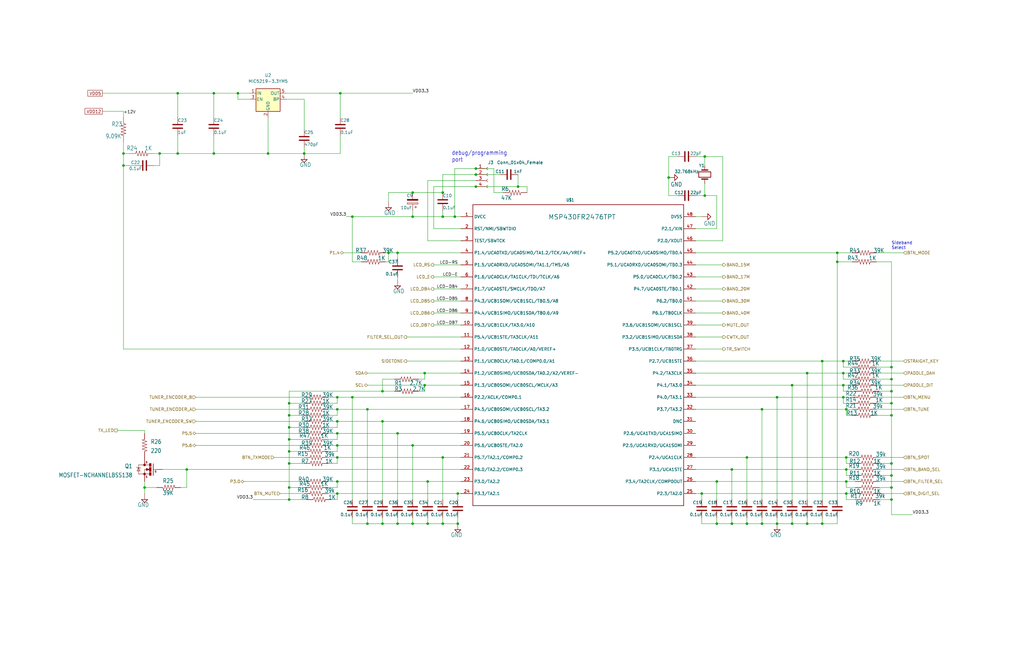
<source format=kicad_sch>
(kicad_sch (version 20230121) (generator eeschema)
  (paper "B")
  (junction (at 161.29 177.8))
  (junction (at 297.18 82.55))
  (junction (at 193.04 220.98))
  (junction (at 173.99 187.96))
  (junction (at 356.87 203.2))
  (junction (at 167.64 220.98))
  (junction (at 74.93 64.77))
  (junction (at 356.87 172.72))
  (junction (at 340.36 220.98))
  (junction (at 173.99 91.44))
  (junction (at 302.26 220.98))
  (junction (at 314.96 220.98))
  (junction (at 121.92 210.82))
  (junction (at 375.92 154.94))
  (junction (at 375.92 160.02))
  (junction (at 308.61 220.98))
  (junction (at 142.24 208.28))
  (junction (at 52.07 69.85))
  (junction (at 180.34 220.98))
  (junction (at 346.71 152.4))
  (junction (at 142.24 203.2))
  (junction (at 74.93 39.37))
  (junction (at 375.92 170.18))
  (junction (at 186.69 81.28))
  (junction (at 161.29 220.98))
  (junction (at 334.01 162.56))
  (junction (at 295.91 208.28))
  (junction (at 163.83 106.68))
  (junction (at 173.99 81.28))
  (junction (at 121.92 190.5))
  (junction (at 356.87 208.28))
  (junction (at 186.69 193.04))
  (junction (at 375.92 175.26))
  (junction (at 179.07 162.56))
  (junction (at 314.96 193.04))
  (junction (at 142.24 187.96))
  (junction (at 281.94 74.93))
  (junction (at 186.69 91.44))
  (junction (at 375.92 200.66))
  (junction (at 353.06 106.68))
  (junction (at 200.66 78.74))
  (junction (at 173.99 220.98))
  (junction (at 308.61 198.12))
  (junction (at 142.24 193.04))
  (junction (at 297.18 66.04))
  (junction (at 218.44 78.74))
  (junction (at 78.74 198.12))
  (junction (at 67.31 64.77))
  (junction (at 302.26 203.2))
  (junction (at 142.24 172.72))
  (junction (at 161.29 165.1))
  (junction (at 355.6 167.64))
  (junction (at 52.07 64.77))
  (junction (at 128.27 64.77))
  (junction (at 200.66 71.12))
  (junction (at 90.17 39.37))
  (junction (at 167.64 182.88))
  (junction (at 327.66 167.64))
  (junction (at 186.69 220.98))
  (junction (at 60.96 205.74))
  (junction (at 355.6 162.56))
  (junction (at 180.34 203.2))
  (junction (at 113.03 64.77))
  (junction (at 121.92 205.74))
  (junction (at 90.17 64.77))
  (junction (at 321.31 220.98))
  (junction (at 142.24 182.88))
  (junction (at 327.66 220.98))
  (junction (at 355.6 157.48))
  (junction (at 346.71 220.98))
  (junction (at 356.87 193.04))
  (junction (at 356.87 198.12))
  (junction (at 375.92 210.82))
  (junction (at 375.92 195.58))
  (junction (at 355.6 152.4))
  (junction (at 179.07 157.48))
  (junction (at 340.36 157.48))
  (junction (at 121.92 180.34))
  (junction (at 321.31 172.72))
  (junction (at 142.24 167.64))
  (junction (at 121.92 170.18))
  (junction (at 200.66 73.66))
  (junction (at 375.92 205.74))
  (junction (at 121.92 185.42))
  (junction (at 375.92 165.1))
  (junction (at 154.94 220.98))
  (junction (at 193.04 208.28))
  (junction (at 191.77 91.44))
  (junction (at 143.51 39.37))
  (junction (at 334.01 220.98))
  (junction (at 167.64 106.68))
  (junction (at 121.92 175.26))
  (junction (at 100.33 39.37))
  (junction (at 353.06 110.49))
  (junction (at 148.59 167.64))
  (junction (at 142.24 177.8))
  (junction (at 154.94 172.72))
  (junction (at 148.59 91.44))
  (junction (at 121.92 195.58))
  (wire (pts (xy 76.2 205.74) (xy 78.74 205.74)))
  (wire (pts (xy 67.31 69.85) (xy 67.31 64.77)))
  (wire (pts (xy 353.06 218.44) (xy 353.06 220.98)))
  (wire (pts (xy 369.57 106.68) (xy 381 106.68)))
  (wire (pts (xy 353.06 210.82) (xy 353.06 110.49)))
  (wire (pts (xy 191.77 71.12) (xy 200.66 71.12)))
  (wire (pts (xy 360.68 165.1) (xy 355.6 165.1)))
  (wire (pts (xy 293.37 147.32) (xy 304.8 147.32)))
  (wire (pts (xy 163.83 81.28) (xy 173.99 81.28)))
  (wire (pts (xy 167.64 106.68) (xy 163.83 106.68)))
  (wire (pts (xy 52.07 69.85) (xy 52.07 147.32)))
  (wire (pts (xy 74.93 39.37) (xy 90.17 39.37)))
  (wire (pts (xy 293.37 111.76) (xy 304.8 111.76)))
  (wire (pts (xy 128.27 167.64) (xy 82.55 167.64)))
  (wire (pts (xy 369.57 157.48) (xy 381 157.48)))
  (wire (pts (xy 143.51 57.15) (xy 143.51 64.77)))
  (wire (pts (xy 302.26 218.44) (xy 302.26 220.98)))
  (wire (pts (xy 171.45 142.24) (xy 194.31 142.24)))
  (wire (pts (xy 74.93 49.53) (xy 74.93 39.37)))
  (wire (pts (xy 180.34 203.2) (xy 180.34 210.82)))
  (wire (pts (xy 186.69 193.04) (xy 186.69 210.82)))
  (wire (pts (xy 118.11 208.28) (xy 128.27 208.28)))
  (wire (pts (xy 180.34 76.2) (xy 180.34 101.6)))
  (wire (pts (xy 308.61 198.12) (xy 356.87 198.12)))
  (wire (pts (xy 194.31 167.64) (xy 148.59 167.64)))
  (wire (pts (xy 142.24 177.8) (xy 138.43 177.8)))
  (wire (pts (xy 74.93 57.15) (xy 74.93 64.77)))
  (wire (pts (xy 375.92 160.02) (xy 375.92 165.1)))
  (wire (pts (xy 167.64 106.68) (xy 167.64 109.22)))
  (wire (pts (xy 154.94 157.48) (xy 179.07 157.48)))
  (wire (pts (xy 128.27 62.23) (xy 128.27 64.77)))
  (wire (pts (xy 105.41 41.91) (xy 100.33 41.91)))
  (wire (pts (xy 200.66 71.12) (xy 208.28 71.12)))
  (wire (pts (xy 148.59 218.44) (xy 148.59 220.98)))
  (wire (pts (xy 173.99 187.96) (xy 173.99 210.82)))
  (wire (pts (xy 355.6 152.4) (xy 359.41 152.4)))
  (wire (pts (xy 52.07 69.85) (xy 57.15 69.85)))
  (wire (pts (xy 161.29 165.1) (xy 166.37 165.1)))
  (wire (pts (xy 370.84 198.12) (xy 381 198.12)))
  (wire (pts (xy 82.55 182.88) (xy 128.27 182.88)))
  (wire (pts (xy 138.43 185.42) (xy 142.24 185.42)))
  (wire (pts (xy 353.06 106.68) (xy 359.41 106.68)))
  (wire (pts (xy 375.92 170.18) (xy 375.92 175.26)))
  (wire (pts (xy 194.31 208.28) (xy 193.04 208.28)))
  (wire (pts (xy 176.53 165.1) (xy 179.07 165.1)))
  (wire (pts (xy 163.83 85.09) (xy 163.83 81.28)))
  (wire (pts (xy 304.8 66.04) (xy 297.18 66.04)))
  (wire (pts (xy 64.77 64.77) (xy 67.31 64.77)))
  (wire (pts (xy 182.88 78.74) (xy 182.88 96.52)))
  (wire (pts (xy 340.36 218.44) (xy 340.36 220.98)))
  (wire (pts (xy 346.71 218.44) (xy 346.71 220.98)))
  (wire (pts (xy 340.36 220.98) (xy 346.71 220.98)))
  (wire (pts (xy 297.18 82.55) (xy 293.37 82.55)))
  (wire (pts (xy 295.91 208.28) (xy 295.91 210.82)))
  (wire (pts (xy 346.71 152.4) (xy 346.71 210.82)))
  (wire (pts (xy 78.74 198.12) (xy 194.31 198.12)))
  (wire (pts (xy 142.24 190.5) (xy 142.24 187.96)))
  (wire (pts (xy 340.36 157.48) (xy 355.6 157.48)))
  (wire (pts (xy 200.66 73.66) (xy 210.82 73.66)))
  (wire (pts (xy 128.27 41.91) (xy 128.27 54.61)))
  (wire (pts (xy 121.92 185.42) (xy 121.92 190.5)))
  (wire (pts (xy 100.33 39.37) (xy 105.41 39.37)))
  (wire (pts (xy 295.91 218.44) (xy 295.91 220.98)))
  (wire (pts (xy 64.77 69.85) (xy 67.31 69.85)))
  (wire (pts (xy 293.37 162.56) (xy 334.01 162.56)))
  (wire (pts (xy 293.37 157.48) (xy 340.36 157.48)))
  (wire (pts (xy 360.68 200.66) (xy 356.87 200.66)))
  (wire (pts (xy 293.37 203.2) (xy 302.26 203.2)))
  (wire (pts (xy 370.84 193.04) (xy 381 193.04)))
  (wire (pts (xy 128.27 177.8) (xy 82.55 177.8)))
  (wire (pts (xy 52.07 64.77) (xy 54.61 64.77)))
  (wire (pts (xy 295.91 220.98) (xy 302.26 220.98)))
  (wire (pts (xy 194.31 127) (xy 182.88 127)))
  (wire (pts (xy 193.04 218.44) (xy 193.04 220.98)))
  (wire (pts (xy 60.96 205.74) (xy 60.96 208.28)))
  (wire (pts (xy 154.94 172.72) (xy 142.24 172.72)))
  (wire (pts (xy 360.68 195.58) (xy 356.87 195.58)))
  (wire (pts (xy 314.96 218.44) (xy 314.96 220.98)))
  (wire (pts (xy 293.37 132.08) (xy 304.8 132.08)))
  (wire (pts (xy 355.6 162.56) (xy 359.41 162.56)))
  (wire (pts (xy 186.69 193.04) (xy 194.31 193.04)))
  (wire (pts (xy 191.77 71.12) (xy 191.77 91.44)))
  (wire (pts (xy 186.69 88.9) (xy 186.69 91.44)))
  (wire (pts (xy 121.92 180.34) (xy 128.27 180.34)))
  (wire (pts (xy 52.07 46.99) (xy 52.07 49.53)))
  (wire (pts (xy 355.6 157.48) (xy 359.41 157.48)))
  (wire (pts (xy 370.84 195.58) (xy 375.92 195.58)))
  (wire (pts (xy 340.36 157.48) (xy 340.36 210.82)))
  (wire (pts (xy 182.88 96.52) (xy 194.31 96.52)))
  (wire (pts (xy 90.17 64.77) (xy 113.03 64.77)))
  (wire (pts (xy 355.6 165.1) (xy 355.6 162.56)))
  (wire (pts (xy 142.24 175.26) (xy 142.24 172.72)))
  (wire (pts (xy 356.87 193.04) (xy 360.68 193.04)))
  (wire (pts (xy 369.57 172.72) (xy 381 172.72)))
  (wire (pts (xy 281.94 66.04) (xy 285.75 66.04)))
  (wire (pts (xy 302.26 203.2) (xy 302.26 210.82)))
  (wire (pts (xy 356.87 200.66) (xy 356.87 198.12)))
  (wire (pts (xy 356.87 175.26) (xy 356.87 172.72)))
  (wire (pts (xy 193.04 208.28) (xy 193.04 210.82)))
  (wire (pts (xy 121.92 175.26) (xy 128.27 175.26)))
  (wire (pts (xy 142.24 172.72) (xy 138.43 172.72)))
  (wire (pts (xy 49.53 181.61) (xy 60.96 181.61)))
  (wire (pts (xy 293.37 198.12) (xy 308.61 198.12)))
  (wire (pts (xy 297.18 69.85) (xy 297.18 66.04)))
  (wire (pts (xy 375.92 154.94) (xy 375.92 160.02)))
  (wire (pts (xy 304.8 101.6) (xy 304.8 66.04)))
  (wire (pts (xy 194.31 106.68) (xy 167.64 106.68)))
  (wire (pts (xy 78.74 205.74) (xy 78.74 198.12)))
  (wire (pts (xy 120.65 41.91) (xy 128.27 41.91)))
  (wire (pts (xy 285.75 82.55) (xy 281.94 82.55)))
  (wire (pts (xy 179.07 162.56) (xy 194.31 162.56)))
  (wire (pts (xy 142.24 187.96) (xy 173.99 187.96)))
  (wire (pts (xy 163.83 106.68) (xy 162.56 106.68)))
  (wire (pts (xy 161.29 177.8) (xy 142.24 177.8)))
  (wire (pts (xy 52.07 59.69) (xy 52.07 64.77)))
  (wire (pts (xy 154.94 172.72) (xy 154.94 210.82)))
  (wire (pts (xy 375.92 205.74) (xy 375.92 210.82)))
  (wire (pts (xy 143.51 39.37) (xy 143.51 49.53)))
  (wire (pts (xy 115.57 193.04) (xy 128.27 193.04)))
  (wire (pts (xy 128.27 190.5) (xy 121.92 190.5)))
  (wire (pts (xy 359.41 160.02) (xy 355.6 160.02)))
  (wire (pts (xy 43.18 39.37) (xy 74.93 39.37)))
  (wire (pts (xy 369.57 162.56) (xy 381 162.56)))
  (wire (pts (xy 194.31 203.2) (xy 180.34 203.2)))
  (wire (pts (xy 154.94 218.44) (xy 154.94 220.98)))
  (wire (pts (xy 194.31 116.84) (xy 182.88 116.84)))
  (wire (pts (xy 369.57 154.94) (xy 375.92 154.94)))
  (wire (pts (xy 121.92 205.74) (xy 121.92 210.82)))
  (wire (pts (xy 293.37 172.72) (xy 321.31 172.72)))
  (wire (pts (xy 302.26 203.2) (xy 356.87 203.2)))
  (wire (pts (xy 308.61 218.44) (xy 308.61 220.98)))
  (wire (pts (xy 128.27 203.2) (xy 102.87 203.2)))
  (wire (pts (xy 293.37 106.68) (xy 353.06 106.68)))
  (wire (pts (xy 369.57 110.49) (xy 375.92 110.49)))
  (wire (pts (xy 128.27 172.72) (xy 82.55 172.72)))
  (wire (pts (xy 142.24 182.88) (xy 167.64 182.88)))
  (wire (pts (xy 369.57 160.02) (xy 375.92 160.02)))
  (wire (pts (xy 113.03 49.53) (xy 113.03 64.77)))
  (wire (pts (xy 113.03 64.77) (xy 128.27 64.77)))
  (wire (pts (xy 182.88 78.74) (xy 200.66 78.74)))
  (wire (pts (xy 370.84 203.2) (xy 381 203.2)))
  (wire (pts (xy 120.65 39.37) (xy 143.51 39.37)))
  (wire (pts (xy 293.37 193.04) (xy 314.96 193.04)))
  (wire (pts (xy 194.31 172.72) (xy 154.94 172.72)))
  (wire (pts (xy 281.94 74.93) (xy 281.94 66.04)))
  (wire (pts (xy 148.59 167.64) (xy 148.59 210.82)))
  (wire (pts (xy 142.24 193.04) (xy 186.69 193.04)))
  (wire (pts (xy 142.24 195.58) (xy 142.24 193.04)))
  (wire (pts (xy 161.29 218.44) (xy 161.29 220.98)))
  (wire (pts (xy 321.31 210.82) (xy 321.31 172.72)))
  (wire (pts (xy 106.68 210.82) (xy 121.92 210.82)))
  (wire (pts (xy 370.84 200.66) (xy 375.92 200.66)))
  (wire (pts (xy 167.64 182.88) (xy 194.31 182.88)))
  (wire (pts (xy 293.37 101.6) (xy 304.8 101.6)))
  (wire (pts (xy 142.24 180.34) (xy 142.24 177.8)))
  (wire (pts (xy 142.24 205.74) (xy 142.24 203.2)))
  (wire (pts (xy 375.92 210.82) (xy 375.92 217.17)))
  (wire (pts (xy 191.77 91.44) (xy 186.69 91.44)))
  (wire (pts (xy 353.06 220.98) (xy 346.71 220.98)))
  (wire (pts (xy 138.43 187.96) (xy 142.24 187.96)))
  (wire (pts (xy 218.44 78.74) (xy 218.44 73.66)))
  (wire (pts (xy 359.41 175.26) (xy 356.87 175.26)))
  (wire (pts (xy 128.27 185.42) (xy 121.92 185.42)))
  (wire (pts (xy 308.61 220.98) (xy 314.96 220.98)))
  (wire (pts (xy 334.01 218.44) (xy 334.01 220.98)))
  (wire (pts (xy 52.07 147.32) (xy 194.31 147.32)))
  (wire (pts (xy 142.24 203.2) (xy 138.43 203.2)))
  (wire (pts (xy 138.43 193.04) (xy 142.24 193.04)))
  (wire (pts (xy 138.43 182.88) (xy 142.24 182.88)))
  (wire (pts (xy 369.57 152.4) (xy 381 152.4)))
  (wire (pts (xy 370.84 165.1) (xy 375.92 165.1)))
  (wire (pts (xy 293.37 127) (xy 304.8 127)))
  (wire (pts (xy 138.43 195.58) (xy 142.24 195.58)))
  (wire (pts (xy 138.43 175.26) (xy 142.24 175.26)))
  (wire (pts (xy 218.44 78.74) (xy 222.25 78.74)))
  (wire (pts (xy 346.71 152.4) (xy 355.6 152.4)))
  (wire (pts (xy 154.94 220.98) (xy 161.29 220.98)))
  (wire (pts (xy 139.7 210.82) (xy 142.24 210.82)))
  (wire (pts (xy 293.37 167.64) (xy 327.66 167.64)))
  (wire (pts (xy 327.66 167.64) (xy 327.66 210.82)))
  (wire (pts (xy 355.6 167.64) (xy 359.41 167.64)))
  (wire (pts (xy 359.41 154.94) (xy 355.6 154.94)))
  (wire (pts (xy 173.99 91.44) (xy 148.59 91.44)))
  (wire (pts (xy 121.92 170.18) (xy 121.92 175.26)))
  (wire (pts (xy 194.31 91.44) (xy 191.77 91.44)))
  (wire (pts (xy 161.29 177.8) (xy 161.29 210.82)))
  (wire (pts (xy 167.64 210.82) (xy 167.64 182.88)))
  (wire (pts (xy 180.34 101.6) (xy 194.31 101.6)))
  (wire (pts (xy 293.37 152.4) (xy 346.71 152.4)))
  (wire (pts (xy 173.99 91.44) (xy 173.99 88.9)))
  (wire (pts (xy 52.07 64.77) (xy 52.07 69.85)))
  (wire (pts (xy 375.92 165.1) (xy 375.92 170.18)))
  (wire (pts (xy 334.01 220.98) (xy 340.36 220.98)))
  (wire (pts (xy 194.31 137.16) (xy 182.88 137.16)))
  (wire (pts (xy 142.24 208.28) (xy 138.43 208.28)))
  (wire (pts (xy 143.51 39.37) (xy 173.99 39.37)))
  (wire (pts (xy 176.53 160.02) (xy 179.07 160.02)))
  (wire (pts (xy 90.17 39.37) (xy 100.33 39.37)))
  (wire (pts (xy 166.37 160.02) (xy 161.29 160.02)))
  (wire (pts (xy 60.96 203.2) (xy 60.96 205.74)))
  (wire (pts (xy 353.06 110.49) (xy 353.06 106.68)))
  (wire (pts (xy 321.31 218.44) (xy 321.31 220.98)))
  (wire (pts (xy 167.64 218.44) (xy 167.64 220.98)))
  (wire (pts (xy 161.29 220.98) (xy 167.64 220.98)))
  (wire (pts (xy 121.92 165.1) (xy 121.92 170.18)))
  (wire (pts (xy 179.07 165.1) (xy 179.07 162.56)))
  (wire (pts (xy 302.26 82.55) (xy 297.18 82.55)))
  (wire (pts (xy 167.64 220.98) (xy 173.99 220.98)))
  (wire (pts (xy 180.34 220.98) (xy 186.69 220.98)))
  (wire (pts (xy 194.31 121.92) (xy 182.88 121.92)))
  (wire (pts (xy 142.24 210.82) (xy 142.24 208.28)))
  (wire (pts (xy 67.31 64.77) (xy 74.93 64.77)))
  (wire (pts (xy 173.99 81.28) (xy 186.69 81.28)))
  (wire (pts (xy 281.94 82.55) (xy 281.94 74.93)))
  (wire (pts (xy 308.61 198.12) (xy 308.61 210.82)))
  (wire (pts (xy 369.57 175.26) (xy 375.92 175.26)))
  (wire (pts (xy 173.99 220.98) (xy 180.34 220.98)))
  (wire (pts (xy 186.69 218.44) (xy 186.69 220.98)))
  (wire (pts (xy 173.99 218.44) (xy 173.99 220.98)))
  (wire (pts (xy 200.66 78.74) (xy 218.44 78.74)))
  (wire (pts (xy 293.37 208.28) (xy 295.91 208.28)))
  (wire (pts (xy 293.37 142.24) (xy 304.8 142.24)))
  (wire (pts (xy 194.31 111.76) (xy 182.88 111.76)))
  (wire (pts (xy 121.92 170.18) (xy 128.27 170.18)))
  (wire (pts (xy 152.4 110.49) (xy 148.59 110.49)))
  (wire (pts (xy 355.6 160.02) (xy 355.6 157.48)))
  (wire (pts (xy 121.92 175.26) (xy 121.92 180.34)))
  (wire (pts (xy 375.92 110.49) (xy 375.92 154.94)))
  (wire (pts (xy 375.92 175.26) (xy 375.92 195.58)))
  (wire (pts (xy 314.96 193.04) (xy 356.87 193.04)))
  (wire (pts (xy 193.04 208.28) (xy 142.24 208.28)))
  (wire (pts (xy 334.01 220.98) (xy 327.66 220.98)))
  (wire (pts (xy 128.27 64.77) (xy 143.51 64.77)))
  (wire (pts (xy 359.41 170.18) (xy 355.6 170.18)))
  (wire (pts (xy 82.55 187.96) (xy 128.27 187.96)))
  (wire (pts (xy 74.93 64.77) (xy 90.17 64.77)))
  (wire (pts (xy 148.59 91.44) (xy 146.05 91.44)))
  (wire (pts (xy 162.56 110.49) (xy 163.83 110.49)))
  (wire (pts (xy 321.31 220.98) (xy 327.66 220.98)))
  (wire (pts (xy 163.83 110.49) (xy 163.83 106.68)))
  (wire (pts (xy 138.43 180.34) (xy 142.24 180.34)))
  (wire (pts (xy 167.64 116.84) (xy 167.64 118.11)))
  (wire (pts (xy 138.43 190.5) (xy 142.24 190.5)))
  (wire (pts (xy 302.26 96.52) (xy 302.26 82.55)))
  (wire (pts (xy 148.59 220.98) (xy 154.94 220.98)))
  (wire (pts (xy 355.6 154.94) (xy 355.6 152.4)))
  (wire (pts (xy 121.92 190.5) (xy 121.92 195.58)))
  (wire (pts (xy 173.99 187.96) (xy 194.31 187.96)))
  (wire (pts (xy 356.87 208.28) (xy 360.68 208.28)))
  (wire (pts (xy 295.91 208.28) (xy 356.87 208.28)))
  (wire (pts (xy 370.84 205.74) (xy 375.92 205.74)))
  (wire (pts (xy 334.01 162.56) (xy 355.6 162.56)))
  (wire (pts (xy 186.69 91.44) (xy 173.99 91.44)))
  (wire (pts (xy 90.17 39.37) (xy 90.17 49.53)))
  (wire (pts (xy 356.87 210.82) (xy 356.87 208.28)))
  (wire (pts (xy 321.31 172.72) (xy 356.87 172.72)))
  (wire (pts (xy 186.69 73.66) (xy 200.66 73.66)))
  (wire (pts (xy 194.31 132.08) (xy 182.88 132.08)))
  (wire (pts (xy 293.37 91.44) (xy 295.91 91.44)))
  (wire (pts (xy 375.92 200.66) (xy 375.92 205.74)))
  (wire (pts (xy 334.01 162.56) (xy 334.01 210.82)))
  (wire (pts (xy 194.31 177.8) (xy 161.29 177.8)))
  (wire (pts (xy 360.68 205.74) (xy 356.87 205.74)))
  (wire (pts (xy 121.92 195.58) (xy 128.27 195.58)))
  (wire (pts (xy 66.04 205.74) (xy 60.96 205.74)))
  (wire (pts (xy 208.28 81.28) (xy 208.28 71.12)))
  (wire (pts (xy 186.69 73.66) (xy 186.69 81.28)))
  (wire (pts (xy 138.43 170.18) (xy 142.24 170.18)))
  (wire (pts (xy 152.4 106.68) (xy 144.78 106.68)))
  (wire (pts (xy 370.84 208.28) (xy 381 208.28)))
  (wire (pts (xy 148.59 110.49) (xy 148.59 91.44)))
  (wire (pts (xy 375.92 217.17) (xy 384.81 217.17)))
  (wire (pts (xy 90.17 57.15) (xy 90.17 64.77)))
  (wire (pts (xy 121.92 210.82) (xy 129.54 210.82)))
  (wire (pts (xy 360.68 210.82) (xy 356.87 210.82)))
  (wire (pts (xy 293.37 66.04) (xy 297.18 66.04)))
  (wire (pts (xy 369.57 167.64) (xy 381 167.64)))
  (wire (pts (xy 302.26 220.98) (xy 308.61 220.98)))
  (wire (pts (xy 179.07 157.48) (xy 194.31 157.48)))
  (wire (pts (xy 142.24 170.18) (xy 142.24 167.64)))
  (wire (pts (xy 353.06 110.49) (xy 359.41 110.49)))
  (wire (pts (xy 293.37 137.16) (xy 304.8 137.16)))
  (wire (pts (xy 355.6 170.18) (xy 355.6 167.64)))
  (wire (pts (xy 154.94 162.56) (xy 179.07 162.56)))
  (wire (pts (xy 142.24 185.42) (xy 142.24 182.88)))
  (wire (pts (xy 161.29 160.02) (xy 161.29 165.1)))
  (wire (pts (xy 356.87 195.58) (xy 356.87 193.04)))
  (wire (pts (xy 121.92 195.58) (xy 121.92 205.74)))
  (wire (pts (xy 356.87 172.72) (xy 359.41 172.72)))
  (wire (pts (xy 180.34 218.44) (xy 180.34 220.98)))
  (wire (pts (xy 148.59 167.64) (xy 142.24 167.64)))
  (wire (pts (xy 186.69 220.98) (xy 193.04 220.98)))
  (wire (pts (xy 100.33 41.91) (xy 100.33 39.37)))
  (wire (pts (xy 161.29 165.1) (xy 121.92 165.1)))
  (wire (pts (xy 128.27 205.74) (xy 121.92 205.74)))
  (wire (pts (xy 60.96 181.61) (xy 60.96 182.88)))
  (wire (pts (xy 200.66 76.2) (xy 180.34 76.2)))
  (wire (pts (xy 356.87 203.2) (xy 360.68 203.2)))
  (wire (pts (xy 43.18 46.99) (xy 52.07 46.99)))
  (wire (pts (xy 369.57 170.18) (xy 375.92 170.18)))
  (wire (pts (xy 78.74 198.12) (xy 68.58 198.12)))
  (wire (pts (xy 314.96 193.04) (xy 314.96 210.82)))
  (wire (pts (xy 293.37 96.52) (xy 302.26 96.52)))
  (wire (pts (xy 222.25 78.74) (xy 222.25 81.28)))
  (wire (pts (xy 356.87 205.74) (xy 356.87 203.2)))
  (wire (pts (xy 138.43 205.74) (xy 142.24 205.74)))
  (wire (pts (xy 356.87 198.12) (xy 360.68 198.12)))
  (wire (pts (xy 208.28 81.28) (xy 212.09 81.28)))
  (wire (pts (xy 370.84 210.82) (xy 375.92 210.82)))
  (wire (pts (xy 171.45 152.4) (xy 194.31 152.4)))
  (wire (pts (xy 142.24 167.64) (xy 138.43 167.64)))
  (wire (pts (xy 327.66 218.44) (xy 327.66 220.98)))
  (wire (pts (xy 293.37 121.92) (xy 304.8 121.92)))
  (wire (pts (xy 121.92 180.34) (xy 121.92 185.42)))
  (wire (pts (xy 293.37 116.84) (xy 304.8 116.84)))
  (wire (pts (xy 179.07 160.02) (xy 179.07 157.48)))
  (wire (pts (xy 375.92 195.58) (xy 375.92 200.66)))
  (wire (pts (xy 314.96 220.98) (xy 321.31 220.98)))
  (wire (pts (xy 297.18 82.55) (xy 297.18 77.47)))
  (wire (pts (xy 327.66 167.64) (xy 355.6 167.64)))
  (wire (pts (xy 180.34 203.2) (xy 142.24 203.2)))
  (text "Sideband\nSelect" (at 375.92 105.41 0) (effects (font (size 1.27 1.27)) (justify left bottom)))
  (text "debug/programming\nport" (at 190.5 68.58 0) (effects (font (size 1.778 1.5113)) (justify left bottom)))
  (label "LCD-E" (at 186.69 116.84 0) (effects (font (size 1.2446 1.2446))))
  (label "VDD3.3" (at 146.05 91.44 180))
  (label "VDD3.3" (at 106.68 210.82 180))
  (label "LCD-DB6" (at 184.15 132.08 0) (effects (font (size 1.2446 1.2446))))
  (label "VDD3.3" (at 173.99 39.37 0))
  (label "+12V" (at 52.07 48.26 0) (effects (font (size 1.2446 1.2446))))
  (label "LCD-DB7" (at 184.15 137.16 0) (effects (font (size 1.2446 1.2446))))
  (label "LCD-DB4" (at 184.15 121.92 0) (effects (font (size 1.2446 1.2446))))
  (label "VDD3.3" (at 384.81 217.17 0))
  (label "LCD-RS" (at 185.42 111.76 0) (effects (font (size 1.2446 1.2446))))
  (label "LCD-DB5" (at 184.15 127 0) (effects (font (size 1.2446 1.2446))))
  (global_label "VDD5" (shape passive) (at 43.18 39.37 180) (property "Intersheetrefs" "${INTERSHEET_REFS}" (at 36.468 39.37 0) (effects (justify right))))
  (global_label "VDD12" (shape passive) (at 43.18 46.99 180) (property "Intersheetrefs" "${INTERSHEET_REFS}" (at 35.2585 46.99 0) (effects (justify right))))
  (hierarchical_label "BTN_MENU" (shape input) (at 381 167.64 0))
  (hierarchical_label "BAND_20M" (shape output) (at 304.8 121.92 0))
  (hierarchical_label "BAND_40M" (shape output) (at 304.8 132.08 0))
  (hierarchical_label "TUNER_ENCODER_B" (shape input) (at 82.55 167.64 180))
  (hierarchical_label "P3.0" (shape bidirectional) (at 102.87 203.2 180))
  (hierarchical_label "LCD_DB7" (shape output) (at 182.88 137.16 180))
  (hierarchical_label "TR_SWITCH" (shape output) (at 304.8 147.32 0))
  (hierarchical_label "BTN_FILTER_SEL" (shape input) (at 381 203.2 0))
  (hierarchical_label "SIDETONE" (shape output) (at 171.45 152.4 180))
  (hierarchical_label "TX_LED" (shape passive) (at 49.53 181.61 180))
  (hierarchical_label "SCL" (shape bidirectional) (at 154.94 162.56 180))
  (hierarchical_label "TUNER_ENCODER_A" (shape input) (at 82.55 172.72 180))
  (hierarchical_label "LCD_DB4" (shape output) (at 182.88 121.92 180))
  (hierarchical_label "MUTE_OUT" (shape output) (at 304.8 137.16 0))
  (hierarchical_label "P5.6" (shape bidirectional) (at 82.55 187.96 180))
  (hierarchical_label "BTN_TXMODE" (shape input) (at 115.57 193.04 180))
  (hierarchical_label "CWTX_OUT" (shape output) (at 304.8 142.24 0))
  (hierarchical_label "PADDLE_DIT" (shape input) (at 381 162.56 0))
  (hierarchical_label "LCD_RS" (shape output) (at 182.88 111.76 180))
  (hierarchical_label "BAND_17M" (shape output) (at 304.8 116.84 0))
  (hierarchical_label "BTN_TUNE" (shape input) (at 381 172.72 0))
  (hierarchical_label "BTN_MUTE" (shape input) (at 118.11 208.28 180))
  (hierarchical_label "LCD_E" (shape output) (at 182.88 116.84 180))
  (hierarchical_label "BTN_MODE" (shape input) (at 381 106.68 0))
  (hierarchical_label "BTN_DIGIT_SEL" (shape input) (at 381 208.28 0))
  (hierarchical_label "FILTER_SEL_OUT" (shape output) (at 171.45 142.24 180))
  (hierarchical_label "STRAIGHT_KEY" (shape input) (at 381 152.4 0))
  (hierarchical_label "BAND_30M" (shape output) (at 304.8 127 0))
  (hierarchical_label "P5.5" (shape bidirectional) (at 82.55 182.88 180))
  (hierarchical_label "BAND_15M" (shape output) (at 304.8 111.76 0))
  (hierarchical_label "P1.4" (shape bidirectional) (at 144.78 106.68 180))
  (hierarchical_label "PADDLE_DAH" (shape input) (at 381 157.48 0))
  (hierarchical_label "SDA" (shape bidirectional) (at 154.94 157.48 180))
  (hierarchical_label "LCD_DB5" (shape output) (at 182.88 127 180))
  (hierarchical_label "TUNER_ENCODER_SW" (shape input) (at 82.55 177.8 180))
  (hierarchical_label "LCD_DB6" (shape output) (at 182.88 132.08 180))
  (hierarchical_label "BTN_SPOT" (shape input) (at 381 193.04 0))
  (hierarchical_label "BTN_BAND_SEL" (shape input) (at 381 198.12 0))
  (symbol (lib_id "main-eagle-import:GND") (at 327.66 223.52 0) (mirror y) (unit 1)
    (property "Reference" "#SUPPLY07" (effects hide))
    (property "Value" "GND" (at 329.565 226.695 0) (effects (font (size 1.778 1.5113)) (justify left bottom)))
    (property "Footprint" "main:" (effects hide))
  )
  (symbol (lib_id "main-eagle-import:RESISTOR0603") (at 364.49 152.4 0) (unit 1)
    (property "Reference" "R35" (at 358.14 152.4 0) (effects (font (size 1.778 1.5113)) (justify left bottom)))
    (property "Value" "39K" (at 367.03 152.4 0) (effects (font (size 1.778 1.5113)) (justify left bottom)))
    (property "Footprint" "Resistor_SMD:R_0603_1608Metric" (effects hide))
  )
  (symbol (lib_id "main-eagle-import:RESISTOR0603") (at 133.35 172.72 0) (unit 1)
    (property "Reference" "R31" (at 125.73 172.72 0) (effects (font (size 1.778 1.5113)) (justify left bottom)))
    (property "Value" "39K" (at 135.89 172.72 0) (effects (font (size 1.778 1.5113)) (justify left bottom)))
    (property "Footprint" "Resistor_SMD:R_0603_1608Metric" (effects hide))
  )
  (symbol (lib_id "main-eagle-import:RESISTOR0603") (at 217.17 81.28 180) (unit 1)
    (property "Reference" "R6" (at 214.63 78.74 0) (effects (font (size 1.778 1.5113)) (justify left bottom)))
    (property "Value" "47K" (at 215.9 82.55 0) (effects (font (size 1.778 1.5113)) (justify left bottom)))
    (property "Footprint" "Resistor_SMD:R_0603_1608Metric" (effects hide))
  )
  (symbol (lib_id "Device:C") (at 128.27 58.42 0) (unit 1)
    (property "Reference" "C25" (at 128.27 55.88 0) (effects (justify left)))
    (property "Value" "470pF" (at 128.27 60.96 0) (effects (justify left)))
    (property "Footprint" "Capacitor_SMD:C_0603_1608Metric" (effects hide))
  )
  (symbol (lib_id "main-eagle-import:RESISTOR0603") (at 71.12 205.74 0) (mirror x) (unit 1)
    (property "Reference" "R25" (at 68.58 201.93 0) (effects (font (size 1.778 1.5113)) (justify left bottom)))
    (property "Value" "39K" (at 68.58 207.01 0) (effects (font (size 1.778 1.5113)) (justify left bottom)))
    (property "Footprint" "Resistor_SMD:R_0603_1608Metric" (effects hide))
  )
  (symbol (lib_id "main-eagle-import:RESISTOR0603") (at 133.35 205.74 180) (unit 1)
    (property "Reference" "R45" (at 130.81 203.2 0) (effects (font (size 1.778 1.5113)) (justify left bottom)))
    (property "Value" "1K" (at 138.43 203.2 0) (effects (font (size 1.778 1.5113)) (justify left bottom)))
    (property "Footprint" "Resistor_SMD:R_0603_1608Metric" (effects hide))
  )
  (symbol (lib_id "main-eagle-import:RESISTOR0603") (at 365.76 193.04 180) (unit 1)
    (property "Reference" "R20" (at 362.458 190.4746 0) (effects (font (size 1.778 1.5113)) (justify left bottom)))
    (property "Value" "39k" (at 373.634 190.754 0) (effects (font (size 1.778 1.5113)) (justify left bottom)))
    (property "Footprint" "Resistor_SMD:R_0603_1608Metric" (effects hide))
  )
  (symbol (lib_id "main-eagle-import:RESISTOR0603") (at 134.62 210.82 0) (unit 1)
    (property "Reference" "R8" (at 127 210.82 0) (effects (font (size 1.778 1.5113)) (justify left bottom)))
    (property "Value" "1K" (at 138.43 210.82 0) (effects (font (size 1.778 1.5113)) (justify left bottom)))
    (property "Footprint" "Resistor_SMD:R_0603_1608Metric" (effects hide))
  )
  (symbol (lib_id "main-eagle-import:RESISTOR0603") (at 133.35 185.42 180) (unit 1)
    (property "Reference" "R47" (at 130.81 182.88 0) (effects (font (size 1.778 1.5113)) (justify left bottom)))
    (property "Value" "1K" (at 138.43 182.88 0) (effects (font (size 1.778 1.5113)) (justify left bottom)))
    (property "Footprint" "Resistor_SMD:R_0603_1608Metric" (effects hide))
  )
  (symbol (lib_id "Device:C") (at 180.34 214.63 0) (unit 1)
    (property "Reference" "C34" (at 176.53 212.09 0) (effects (justify left)))
    (property "Value" "0.1uF" (at 175.26 217.17 0) (effects (justify left)))
    (property "Footprint" "Capacitor_SMD:C_0603_1608Metric" (effects hide))
  )
  (symbol (lib_id "main-eagle-import:RESISTOR0603") (at 365.76 205.74 0) (unit 1)
    (property "Reference" "R10" (at 358.14 208.28 0) (effects (font (size 1.778 1.5113)) (justify left bottom)))
    (property "Value" "1K" (at 368.3 208.28 0) (effects (font (size 1.778 1.5113)) (justify left bottom)))
    (property "Footprint" "Resistor_SMD:R_0603_1608Metric" (effects hide))
  )
  (symbol (lib_id "main-eagle-import:RESISTOR0603") (at 133.35 190.5 180) (unit 1)
    (property "Reference" "R46" (at 130.81 187.96 0) (effects (font (size 1.778 1.5113)) (justify left bottom)))
    (property "Value" "1K" (at 139.7 187.96 0) (effects (font (size 1.778 1.5113)) (justify left bottom)))
    (property "Footprint" "Resistor_SMD:R_0603_1608Metric" (effects hide))
  )
  (symbol (lib_id "Device:C") (at 161.29 214.63 0) (unit 1)
    (property "Reference" "C29" (at 157.48 212.09 0) (effects (justify left)))
    (property "Value" "0.1uF" (at 156.21 217.17 0) (effects (justify left)))
    (property "Footprint" "Capacitor_SMD:C_0603_1608Metric" (effects hide))
  )
  (symbol (lib_id "main-eagle-import:RESISTOR0603") (at 133.35 180.34 0) (unit 1)
    (property "Reference" "R30" (at 125.73 180.34 0) (effects (font (size 1.778 1.5113)) (justify left bottom)))
    (property "Value" "1K" (at 135.89 180.34 0) (effects (font (size 1.778 1.5113)) (justify left bottom)))
    (property "Footprint" "Resistor_SMD:R_0603_1608Metric" (effects hide))
  )
  (symbol (lib_id "main-eagle-import:GND") (at 60.96 210.82 0) (mirror y) (unit 1)
    (property "Reference" "#SUPPLY09" (effects hide))
    (property "Value" "GND" (at 62.865 213.995 0) (effects (font (size 1.778 1.5113)) (justify left bottom)))
    (property "Footprint" "main:" (effects hide))
  )
  (symbol (lib_id "Device:C") (at 353.06 214.63 0) (unit 1)
    (property "Reference" "C33" (at 349.25 212.09 0) (effects (justify left)))
    (property "Value" "0.1uF" (at 347.98 217.17 0) (effects (justify left)))
    (property "Footprint" "Capacitor_SMD:C_0603_1608Metric" (effects hide))
  )
  (symbol (lib_id "Device:C") (at 289.56 82.55 90) (unit 1)
    (property "Reference" "C12" (at 288.29 81.28 90) (effects (justify left)))
    (property "Value" "22pF" (at 295.91 81.28 90) (effects (justify left)))
    (property "Footprint" "Capacitor_SMD:C_0603_1608Metric" (effects hide))
  )
  (symbol (lib_id "main-eagle-import:RESISTOR0603") (at 365.76 198.12 180) (unit 1)
    (property "Reference" "R19" (at 362.458 195.5546 0) (effects (font (size 1.778 1.5113)) (justify left bottom)))
    (property "Value" "39k" (at 373.634 195.834 0) (effects (font (size 1.778 1.5113)) (justify left bottom)))
    (property "Footprint" "Resistor_SMD:R_0603_1608Metric" (effects hide))
  )
  (symbol (lib_id "main-eagle-import:RESISTOR0603") (at 133.35 182.88 0) (unit 1)
    (property "Reference" "R38" (at 125.73 182.88 0) (effects (font (size 1.778 1.5113)) (justify left bottom)))
    (property "Value" "39K" (at 135.89 182.88 0) (effects (font (size 1.778 1.5113)) (justify left bottom)))
    (property "Footprint" "Resistor_SMD:R_0603_1608Metric" (effects hide))
  )
  (symbol (lib_id "main-eagle-import:RESISTOR0603") (at 364.49 106.68 0) (unit 1)
    (property "Reference" "R41" (at 358.14 106.68 0) (effects (font (size 1.778 1.5113)) (justify left bottom)))
    (property "Value" "39K" (at 368.3 106.68 0) (effects (font (size 1.778 1.5113)) (justify left bottom)))
    (property "Footprint" "Resistor_SMD:R_0603_1608Metric" (effects hide))
  )
  (symbol (lib_id "main-eagle-import:RESISTOR0603") (at 133.35 208.28 180) (unit 1)
    (property "Reference" "R16" (at 130.048 205.7146 0) (effects (font (size 1.778 1.5113)) (justify left bottom)))
    (property "Value" "39k" (at 141.224 205.994 0) (effects (font (size 1.778 1.5113)) (justify left bottom)))
    (property "Footprint" "Resistor_SMD:R_0603_1608Metric" (effects hide))
  )
  (symbol (lib_id "Device:C") (at 340.36 214.63 0) (unit 1)
    (property "Reference" "C31" (at 336.55 212.09 0) (effects (justify left)))
    (property "Value" "0.1uF" (at 335.28 217.17 0) (effects (justify left)))
    (property "Footprint" "Capacitor_SMD:C_0603_1608Metric" (effects hide))
  )
  (symbol (lib_id "Device:C") (at 295.91 214.63 0) (unit 1)
    (property "Reference" "C19" (at 292.1 212.09 0) (effects (justify left)))
    (property "Value" "0.1uF" (at 290.83 217.17 0) (effects (justify left)))
    (property "Footprint" "Capacitor_SMD:C_0603_1608Metric" (effects hide))
  )
  (symbol (lib_id "main-eagle-import:RESISTOR0603") (at 364.49 175.26 0) (unit 1)
    (property "Reference" "R13" (at 356.87 175.26 0) (effects (font (size 1.778 1.5113)) (justify left bottom)))
    (property "Value" "1K" (at 367.03 175.26 0) (effects (font (size 1.778 1.5113)) (justify left bottom)))
    (property "Footprint" "Resistor_SMD:R_0603_1608Metric" (effects hide))
  )
  (symbol (lib_id "main-eagle-import:RESISTOR0603") (at 364.49 172.72 180) (unit 1)
    (property "Reference" "R21" (at 361.188 170.1546 0) (effects (font (size 1.778 1.5113)) (justify left bottom)))
    (property "Value" "39k" (at 372.364 170.434 0) (effects (font (size 1.778 1.5113)) (justify left bottom)))
    (property "Footprint" "Resistor_SMD:R_0603_1608Metric" (effects hide))
  )
  (symbol (lib_id "Device:C") (at 143.51 53.34 0) (unit 1)
    (property "Reference" "C28" (at 143.51 50.8 0) (effects (justify left)))
    (property "Value" "0.1uF" (at 143.51 55.88 0) (effects (justify left)))
    (property "Footprint" "Capacitor_SMD:C_0603_1608Metric" (effects hide))
  )
  (symbol (lib_id "main-eagle-import:RESISTOR0603") (at 365.76 165.1 180) (unit 1)
    (property "Reference" "R36" (at 361.95 162.56 0) (effects (font (size 1.778 1.5113)) (justify left bottom)))
    (property "Value" "1K" (at 372.11 162.56 0) (effects (font (size 1.778 1.5113)) (justify left bottom)))
    (property "Footprint" "Resistor_SMD:R_0603_1608Metric" (effects hide))
  )
  (symbol (lib_id "Device:C") (at 214.63 73.66 90) (unit 1)
    (property "Reference" "C11" (at 210.82 72.39 90))
    (property "Value" "1nF" (at 218.44 72.39 90))
    (property "Footprint" "Capacitor_SMD:C_0603_1608Metric" (effects hide))
  )
  (symbol (lib_id "main-eagle-import:RESISTOR0603") (at 133.35 195.58 0) (unit 1)
    (property "Reference" "R7" (at 127 195.58 0) (effects (font (size 1.778 1.5113)) (justify left bottom)))
    (property "Value" "1K" (at 137.16 195.58 0) (effects (font (size 1.778 1.5113)) (justify left bottom)))
    (property "Footprint" "Resistor_SMD:R_0603_1608Metric" (effects hide))
  )
  (symbol (lib_id "Device:C") (at 308.61 214.63 0) (unit 1)
    (property "Reference" "C17" (at 304.8 212.09 0) (effects (justify left)))
    (property "Value" "0.1uF" (at 303.53 217.17 0) (effects (justify left)))
    (property "Footprint" "Capacitor_SMD:C_0603_1608Metric" (effects hide))
  )
  (symbol (lib_id "main-eagle-import:GND") (at 128.27 67.31 0) (unit 1)
    (property "Reference" "#SUPPLY010" (effects hide))
    (property "Value" "GND" (at 126.365 70.485 0) (effects (font (size 1.778 1.5113)) (justify left bottom)))
    (property "Footprint" "main:" (effects hide))
  )
  (symbol (lib_id "main-eagle-import:GND") (at 284.48 74.93 90) (unit 1)
    (property "Reference" "#SUPPLY05" (effects hide))
    (property "Value" "GND" (at 287.655 76.835 90) (effects (font (size 1.778 1.5113)) (justify left bottom)))
    (property "Footprint" "main:" (effects hide))
  )
  (symbol (lib_id "Device:C") (at 289.56 66.04 90) (unit 1)
    (property "Reference" "C13" (at 287.02 64.77 90) (effects (justify left)))
    (property "Value" "22pF" (at 295.91 64.77 90) (effects (justify left)))
    (property "Footprint" "Capacitor_SMD:C_0603_1608Metric" (effects hide))
  )
  (symbol (lib_id "Device:C") (at 186.69 85.09 0) (unit 1)
    (property "Reference" "C10" (at 186.69 82.55 0) (effects (justify left)))
    (property "Value" "0.1uF" (at 186.69 87.63 0) (effects (justify left)))
    (property "Footprint" "Capacitor_SMD:C_0603_1608Metric" (effects hide))
  )
  (symbol (lib_id "main-eagle-import:RESISTOR0603") (at 364.49 160.02 180) (unit 1)
    (property "Reference" "R42" (at 361.95 157.48 0) (effects (font (size 1.778 1.5113)) (justify left bottom)))
    (property "Value" "1K" (at 370.84 157.48 0) (effects (font (size 1.778 1.5113)) (justify left bottom)))
    (property "Footprint" "Resistor_SMD:R_0603_1608Metric" (effects hide))
  )
  (symbol (lib_id "main-eagle-import:RESISTOR0603") (at 133.35 175.26 0) (unit 1)
    (property "Reference" "R28" (at 125.73 175.26 0) (effects (font (size 1.778 1.5113)) (justify left bottom)))
    (property "Value" "1K" (at 135.89 175.26 0) (effects (font (size 1.778 1.5113)) (justify left bottom)))
    (property "Footprint" "Resistor_SMD:R_0603_1608Metric" (effects hide))
  )
  (symbol (lib_id "main-eagle-import:MOSFET-NCHANNELBSS138") (at 60.96 198.12 0) (mirror y) (unit 1)
    (property "Reference" "Q1" (at 55.88 196.7037 0) (effects (font (size 1.778 1.5113)) (justify left)))
    (property "Value" "MOSFET-NCHANNELBSS138" (at 55.88 200.5137 0) (effects (font (size 1.778 1.5113)) (justify left)))
    (property "Footprint" "Package_TO_SOT_SMD:SOT-23" (effects hide))
  )
  (symbol (lib_id "Device:C") (at 74.93 53.34 0) (unit 1)
    (property "Reference" "C23" (at 74.93 50.8 0) (effects (justify left)))
    (property "Value" "1uF" (at 74.93 55.88 0) (effects (justify left)))
    (property "Footprint" "Capacitor_SMD:C_0603_1608Metric" (effects hide))
  )
  (symbol (lib_id "main-eagle-import:GND") (at 298.45 91.44 90) (unit 1)
    (property "Reference" "#SUPPLY018" (effects hide))
    (property "Value" "GND" (at 301.625 93.345 90) (effects (font (size 1.778 1.5113)) (justify left bottom)))
    (property "Footprint" "main:" (effects hide))
  )
  (symbol (lib_id "Regulator_Linear:MIC5219-3.3YM5") (at 113.03 41.91 0) (unit 1)
    (property "Reference" "U2" (at 113.03 31.75 0))
    (property "Value" "MIC5219-3.3YM5" (at 113.03 34.29 0))
    (property "Footprint" "Package_TO_SOT_SMD:SOT-23-5" (effects hide))
    (property "Datasheet" "http://ww1.microchip.com/downloads/en/DeviceDoc/MIC5219-500mA-Peak-Output-LDO-Regulator-DS20006021A.pdf" (effects hide))
  )
  (symbol (lib_id "main-eagle-import:RESISTOR0603") (at 364.49 162.56 0) (unit 1)
    (property "Reference" "R34" (at 358.14 162.56 0) (effects (font (size 1.778 1.5113)) (justify left bottom)))
    (property "Value" "39K" (at 367.03 162.56 0) (effects (font (size 1.778 1.5113)) (justify left bottom)))
    (property "Footprint" "Resistor_SMD:R_0603_1608Metric" (effects hide))
  )
  (symbol (lib_id "main-eagle-import:RESISTOR0603") (at 59.69 64.77 0) (unit 1)
    (property "Reference" "R24" (at 53.34 63.5 0) (effects (font (size 1.778 1.5113)) (justify left bottom)))
    (property "Value" "1K" (at 60.96 63.5 0) (effects (font (size 1.778 1.5113)) (justify left bottom)))
    (property "Footprint" "Resistor_SMD:R_0603_1608Metric" (effects hide))
  )
  (symbol (lib_id "Device:C") (at 327.66 214.63 0) (unit 1)
    (property "Reference" "C14" (at 323.85 212.09 0) (effects (justify left)))
    (property "Value" "0.1uF" (at 322.58 217.17 0) (effects (justify left)))
    (property "Footprint" "Capacitor_SMD:C_0603_1608Metric" (effects hide))
  )
  (symbol (lib_id "Device:C") (at 346.71 214.63 0) (unit 1)
    (property "Reference" "C32" (at 342.9 212.09 0) (effects (justify left)))
    (property "Value" "0.1uF" (at 341.63 217.17 0) (effects (justify left)))
    (property "Footprint" "Capacitor_SMD:C_0603_1608Metric" (effects hide))
  )
  (symbol (lib_id "main-eagle-import:RESISTOR0603") (at 364.49 170.18 180) (unit 1)
    (property "Reference" "R14" (at 361.188 167.6146 0) (effects (font (size 1.778 1.5113)) (justify left bottom)))
    (property "Value" "1K" (at 372.364 167.894 0) (effects (font (size 1.778 1.5113)) (justify left bottom)))
    (property "Footprint" "Resistor_SMD:R_0603_1608Metric" (effects hide))
  )
  (symbol (lib_id "main-eagle-import:RESISTOR0603") (at 133.35 203.2 0) (unit 1)
    (property "Reference" "R40" (at 125.73 203.2 0) (effects (font (size 1.778 1.5113)) (justify left bottom)))
    (property "Value" "39K" (at 135.89 203.2 0) (effects (font (size 1.778 1.5113)) (justify left bottom)))
    (property "Footprint" "Resistor_SMD:R_0603_1608Metric" (effects hide))
  )
  (symbol (lib_id "main-eagle-import:RESISTOR0603") (at 365.76 195.58 0) (unit 1)
    (property "Reference" "R12" (at 358.14 195.58 0) (effects (font (size 1.778 1.5113)) (justify left bottom)))
    (property "Value" "1K" (at 368.3 195.58 0) (effects (font (size 1.778 1.5113)) (justify left bottom)))
    (property "Footprint" "Resistor_SMD:R_0603_1608Metric" (effects hide))
  )
  (symbol (lib_id "Device:C") (at 167.64 214.63 0) (unit 1)
    (property "Reference" "C36" (at 163.83 212.09 0) (effects (justify left)))
    (property "Value" "0.1uF" (at 162.56 217.17 0) (effects (justify left)))
    (property "Footprint" "Capacitor_SMD:C_0603_1608Metric" (effects hide))
  )
  (symbol (lib_id "main-eagle-import:RESISTOR0603") (at 364.49 110.49 180) (unit 1)
    (property "Reference" "R43" (at 361.95 107.95 0) (effects (font (size 1.778 1.5113)) (justify left bottom)))
    (property "Value" "1K" (at 369.57 107.95 0) (effects (font (size 1.778 1.5113)) (justify left bottom)))
    (property "Footprint" "Resistor_SMD:R_0603_1608Metric" (effects hide))
  )
  (symbol (lib_id "main-eagle-import:RESISTOR0603") (at 364.49 167.64 180) (unit 1)
    (property "Reference" "R22" (at 361.188 165.0746 0) (effects (font (size 1.778 1.5113)) (justify left bottom)))
    (property "Value" "39k" (at 372.364 165.354 0) (effects (font (size 1.778 1.5113)) (justify left bottom)))
    (property "Footprint" "Resistor_SMD:R_0603_1608Metric" (effects hide))
  )
  (symbol (lib_id "main-eagle-import:RESISTOR0603") (at 133.35 193.04 180) (unit 1)
    (property "Reference" "R15" (at 130.048 190.4746 0) (effects (font (size 1.778 1.5113)) (justify left bottom)))
    (property "Value" "39k" (at 141.224 190.754 0) (effects (font (size 1.778 1.5113)) (justify left bottom)))
    (property "Footprint" "Resistor_SMD:R_0603_1608Metric" (effects hide))
  )
  (symbol (lib_id "main-eagle-import:RESISTOR0603") (at 364.49 157.48 0) (unit 1)
    (property "Reference" "R33" (at 358.14 157.48 0) (effects (font (size 1.778 1.5113)) (justify left bottom)))
    (property "Value" "39K" (at 367.03 157.48 0) (effects (font (size 1.778 1.5113)) (justify left bottom)))
    (property "Footprint" "Resistor_SMD:R_0603_1608Metric" (effects hide))
  )
  (symbol (lib_id "main-eagle-import:RESISTOR0603") (at 365.76 208.28 180) (unit 1)
    (property "Reference" "R17" (at 363.22 208.28 0) (effects (font (size 1.778 1.5113)) (justify left bottom)))
    (property "Value" "39k" (at 373.38 208.28 0) (effects (font (size 1.778 1.5113)) (justify left bottom)))
    (property "Footprint" "Resistor_SMD:R_0603_1608Metric" (effects hide))
  )
  (symbol (lib_id "Device:C") (at 321.31 214.63 0) (unit 1)
    (property "Reference" "C15" (at 317.5 212.09 0) (effects (justify left)))
    (property "Value" "0.1uF" (at 316.23 217.17 0) (effects (justify left)))
    (property "Footprint" "Capacitor_SMD:C_0603_1608Metric" (effects hide))
  )
  (symbol (lib_id "main-eagle-import:MSP430FR2476TPT") (at 199.39 213.36 0) (unit 1)
    (property "Reference" "U$1" (at 238.76 85.09 0) (effects (font (size 1.27 1.0795)) (justify left bottom)))
    (property "Value" "MSP430FR2476TPT" (at 231.14 92.71 0) (effects (font (size 2 2)) (justify left bottom)))
    (property "Footprint" "Package_QFP:LQFP-48_7x7mm_P0.5mm" (effects hide))
  )
  (symbol (lib_id "Device:C") (at 186.69 214.63 0) (unit 1)
    (property "Reference" "C21" (at 182.88 212.09 0) (effects (justify left)))
    (property "Value" "0.1uF" (at 181.61 217.17 0) (effects (justify left)))
    (property "Footprint" "Capacitor_SMD:C_0603_1608Metric" (effects hide))
  )
  (symbol (lib_id "main-eagle-import:RESISTOR0603") (at 171.45 165.1 0) (unit 1)
    (property "Reference" "R3" (at 166.37 165.1 0) (effects (font (size 1.778 1.5113)) (justify left bottom)))
    (property "Value" "2.7K" (at 173.99 165.1 0) (effects (font (size 1.778 1.5113)) (justify left bottom)))
    (property "Footprint" "Resistor_SMD:R_0603_1608Metric" (effects hide))
  )
  (symbol (lib_id "main-eagle-import:RESISTOR0603") (at 133.35 167.64 0) (unit 1)
    (property "Reference" "R29" (at 127 167.64 0) (effects (font (size 1.778 1.5113)) (justify left bottom)))
    (property "Value" "39K" (at 135.89 167.64 0) (effects (font (size 1.778 1.5113)) (justify left bottom)))
    (property "Footprint" "Resistor_SMD:R_0603_1608Metric" (effects hide))
  )
  (symbol (lib_id "Device:C") (at 154.94 214.63 0) (unit 1)
    (property "Reference" "C27" (at 151.13 212.09 0) (effects (justify left)))
    (property "Value" "0.1uF" (at 149.86 217.17 0) (effects (justify left)))
    (property "Footprint" "Capacitor_SMD:C_0603_1608Metric" (effects hide))
  )
  (symbol (lib_id "main-eagle-import:RESISTOR0603") (at 133.35 187.96 0) (unit 1)
    (property "Reference" "R39" (at 127 187.96 0) (effects (font (size 1.778 1.5113)) (justify left bottom)))
    (property "Value" "39K" (at 135.89 187.96 0) (effects (font (size 1.778 1.5113)) (justify left bottom)))
    (property "Footprint" "Resistor_SMD:R_0603_1608Metric" (effects hide))
  )
  (symbol (lib_id "main-eagle-import:RESISTOR0603") (at 365.76 200.66 0) (unit 1)
    (property "Reference" "R11" (at 358.14 200.66 0) (effects (font (size 1.778 1.5113)) (justify left bottom)))
    (property "Value" "1K" (at 368.3 200.66 0) (effects (font (size 1.778 1.5113)) (justify left bottom)))
    (property "Footprint" "Resistor_SMD:R_0603_1608Metric" (effects hide))
  )
  (symbol (lib_id "main-eagle-import:RESISTOR0603") (at 133.35 170.18 0) (unit 1)
    (property "Reference" "R27" (at 127 170.18 0) (effects (font (size 1.778 1.5113)) (justify left bottom)))
    (property "Value" "1K" (at 135.89 170.18 0) (effects (font (size 1.778 1.5113)) (justify left bottom)))
    (property "Footprint" "Resistor_SMD:R_0603_1608Metric" (effects hide))
  )
  (symbol (lib_id "main-eagle-import:RESISTOR0603") (at 365.76 210.82 0) (unit 1)
    (property "Reference" "R9" (at 360.68 213.36 0) (effects (font (size 1.778 1.5113)) (justify left bottom)))
    (property "Value" "1K" (at 368.3 213.36 0) (effects (font (size 1.778 1.5113)) (justify left bottom)))
    (property "Footprint" "Resistor_SMD:R_0603_1608Metric" (effects hide))
  )
  (symbol (lib_id "Device:C") (at 167.64 113.03 0) (unit 1)
    (property "Reference" "C37" (at 163.83 110.49 0) (effects (justify left)))
    (property "Value" "0.1uF" (at 162.56 115.57 0) (effects (justify left)))
    (property "Footprint" "Capacitor_SMD:C_0603_1608Metric" (effects hide))
  )
  (symbol (lib_id "Device:Crystal") (at 297.18 73.66 90) (unit 1)
    (property "Reference" "Y1" (at 295.91 69.85 90))
    (property "Value" "32.768kHz" (at 289.56 72.39 90))
    (property "Footprint" "Crystal:Crystal_SMD_2012-2Pin_2.0x1.2mm" (effects hide))
  )
  (symbol (lib_id "main-eagle-import:RESISTOR0603") (at 364.49 154.94 180) (unit 1)
    (property "Reference" "R44" (at 361.95 152.4 0) (effects (font (size 1.778 1.5113)) (justify left bottom)))
    (property "Value" "1K" (at 370.84 152.4 0) (effects (font (size 1.778 1.5113)) (justify left bottom)))
    (property "Footprint" "Resistor_SMD:R_0603_1608Metric" (effects hide))
  )
  (symbol (lib_id "Connector:Conn_01x04_Female") (at 205.74 73.66 0) (unit 1)
    (property "Reference" "J3" (at 205.74 68.58 0) (effects (justify left)))
    (property "Value" "Conn_01x04_Female" (at 209.55 68.58 0) (effects (justify left)))
    (property "Footprint" "Connector_PinHeader_2.54mm:PinHeader_1x04_P2.54mm_Vertical" (effects hide))
  )
  (symbol (lib_id "Device:C") (at 302.26 214.63 0) (unit 1)
    (property "Reference" "C18" (at 298.45 212.09 0) (effects (justify left)))
    (property "Value" "0.1uF" (at 297.18 217.17 0) (effects (justify left)))
    (property "Footprint" "Capacitor_SMD:C_0603_1608Metric" (effects hide))
  )
  (symbol (lib_id "main-eagle-import:RESISTOR0603") (at 171.45 160.02 0) (unit 1)
    (property "Reference" "R1" (at 166.37 162.56 0) (effects (font (size 1.778 1.5113)) (justify left bottom)))
    (property "Value" "2.7K" (at 172.72 162.56 0) (effects (font (size 1.778 1.5113)) (justify left bottom)))
    (property "Footprint" "Resistor_SMD:R_0603_1608Metric" (effects hide))
  )
  (symbol (lib_id "main-eagle-import:RESISTOR0603") (at 52.07 54.61 270) (unit 1)
    (property "Reference" "R23" (at 46.99 53.34 90) (effects (font (size 1.778 1.5113)) (justify left bottom)))
    (property "Value" "9.09K" (at 44.45 58.42 90) (effects (font (size 1.778 1.5113)) (justify left bottom)))
    (property "Footprint" "Resistor_SMD:R_0603_1608Metric" (effects hide))
  )
  (symbol (lib_id "Device:C") (at 90.17 53.34 0) (unit 1)
    (property "Reference" "C24" (at 90.17 50.8 0) (effects (justify left)))
    (property "Value" "0.1uF" (at 90.17 55.88 0) (effects (justify left)))
    (property "Footprint" "Capacitor_SMD:C_0603_1608Metric" (effects hide))
  )
  (symbol (lib_id "Device:C") (at 314.96 214.63 0) (unit 1)
    (property "Reference" "C16" (at 311.15 212.09 0) (effects (justify left)))
    (property "Value" "0.1uF" (at 309.88 217.17 0) (effects (justify left)))
    (property "Footprint" "Capacitor_SMD:C_0603_1608Metric" (effects hide))
  )
  (symbol (lib_id "Device:C") (at 193.04 214.63 0) (unit 1)
    (property "Reference" "C20" (at 189.23 212.09 0) (effects (justify left)))
    (property "Value" "0.1uF" (at 187.96 217.17 0) (effects (justify left)))
    (property "Footprint" "Capacitor_SMD:C_0603_1608Metric" (effects hide))
  )
  (symbol (lib_id "Device:C") (at 334.01 214.63 0) (unit 1)
    (property "Reference" "C30" (at 330.2 212.09 0) (effects (justify left)))
    (property "Value" "0.1uF" (at 328.93 217.17 0) (effects (justify left)))
    (property "Footprint" "Capacitor_SMD:C_0603_1608Metric" (effects hide))
  )
  (symbol (lib_id "main-eagle-import:RESISTOR0603") (at 157.48 106.68 0) (unit 1)
    (property "Reference" "R37" (at 149.86 106.68 0) (effects (font (size 1.778 1.5113)) (justify left bottom)))
    (property "Value" "39K" (at 161.29 106.68 0) (effects (font (size 1.778 1.5113)) (justify left bottom)))
    (property "Footprint" "Resistor_SMD:R_0603_1608Metric" (effects hide))
  )
  (symbol (lib_id "main-eagle-import:GND") (at 193.04 223.52 0) (mirror y) (unit 1)
    (property "Reference" "#SUPPLY017" (effects hide))
    (property "Value" "GND" (at 194.945 226.695 0) (effects (font (size 1.778 1.5113)) (justify left bottom)))
    (property "Footprint" "main:" (effects hide))
  )
  (symbol (lib_id "main-eagle-import:RESISTOR0603") (at 157.48 110.49 180) (unit 1)
    (property "Reference" "R48" (at 154.94 107.95 0) (effects (font (size 1.778 1.5113)) (justify left bottom)))
    (property "Value" "1K" (at 162.56 107.95 0) (effects (font (size 1.778 1.5113)) (justify left bottom)))
    (property "Footprint" "Resistor_SMD:R_0603_1608Metric" (effects hide))
  )
  (symbol (lib_id "main-eagle-import:GND") (at 167.64 120.65 0) (unit 1)
    (property "Reference" "#SUPPLY014" (effects hide))
    (property "Value" "GND" (at 165.735 123.825 0) (effects (font (size 1.778 1.5113)) (justify left bottom)))
    (property "Footprint" "main:" (effects hide))
  )
  (symbol (lib_id "Device:C") (at 60.96 69.85 90) (unit 1)
    (property "Reference" "C22" (at 57.15 68.58 90))
    (property "Value" "0.1uF" (at 57.15 71.12 90))
    (property "Footprint" "Capacitor_SMD:C_0603_1608Metric" (effects hide))
  )
  (symbol (lib_id "Device:C") (at 148.59 214.63 0) (unit 1)
    (property "Reference" "C26" (at 144.78 212.09 0) (effects (justify left)))
    (property "Value" "0.1uF" (at 143.51 217.17 0) (effects (justify left)))
    (property "Footprint" "Capacitor_SMD:C_0603_1608Metric" (effects hide))
  )
  (symbol (lib_id "Device:C") (at 173.99 214.63 0) (unit 1)
    (property "Reference" "C35" (at 170.18 212.09 0) (effects (justify left)))
    (property "Value" "0.1uF" (at 168.91 217.17 0) (effects (justify left)))
    (property "Footprint" "Capacitor_SMD:C_0603_1608Metric" (effects hide))
  )
  (symbol (lib_id "main-eagle-import:RESISTOR0603") (at 133.35 177.8 0) (unit 1)
    (property "Reference" "R32" (at 127 177.8 0) (effects (font (size 1.778 1.5113)) (justify left bottom)))
    (property "Value" "39K" (at 135.89 177.8 0) (effects (font (size 1.778 1.5113)) (justify left bottom)))
    (property "Footprint" "Resistor_SMD:R_0603_1608Metric" (effects hide))
  )
  (symbol (lib_id "Device:C_Polarized") (at 173.99 85.09 180) (unit 1)
    (property "Reference" "C9" (at 171.45 82.55 0) (effects (justify right)))
    (property "Value" "10uF" (at 168.91 87.63 0) (effects (justify right)))
    (property "Footprint" "Capacitor_THT:CP_Radial_D5.0mm_P2.00mm" (effects hide))
  )
  (symbol (lib_id "main-eagle-import:RESISTOR0603") (at 60.96 187.96 270) (mirror x) (unit 1)
    (property "Reference" "R26" (at 63.5 185.42 90) (effects (font (size 1.778 1.5113)) (justify left bottom)))
    (property "Value" "220" (at 63.5 189.23 90) (effects (font (size 1.778 1.5113)) (justify left bottom)))
    (property "Footprint" "Resistor_SMD:R_0603_1608Metric" (effects hide))
  )
  (symbol (lib_id "main-eagle-import:GND") (at 163.83 87.63 0) (unit 1)
    (property "Reference" "#SUPPLY03" (effects hide))
    (property "Value" "GND" (at 161.925 90.805 0) (effects (font (size 1.778 1.5113)) (justify left bottom)))
    (property "Footprint" "main:" (effects hide))
  )
  (symbol (lib_id "main-eagle-import:RESISTOR0603") (at 365.76 203.2 180) (unit 1)
    (property "Reference" "R18" (at 362.458 200.6346 0) (effects (font (size 1.778 1.5113)) (justify left bottom)))
    (property "Value" "39k" (at 373.634 200.914 0) (effects (font (size 1.778 1.5113)) (justify left bottom)))
    (property "Footprint" "Resistor_SMD:R_0603_1608Metric" (effects hide))
  )
)
</source>
